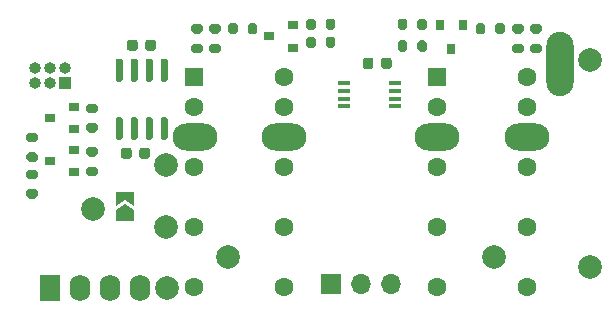
<source format=gbr>
%TF.GenerationSoftware,KiCad,Pcbnew,(5.1.10)-1*%
%TF.CreationDate,2022-01-23T11:00:25+07:00*%
%TF.ProjectId,Fan_controller_v3,46616e5f-636f-46e7-9472-6f6c6c65725f,rev?*%
%TF.SameCoordinates,Original*%
%TF.FileFunction,Soldermask,Top*%
%TF.FilePolarity,Negative*%
%FSLAX46Y46*%
G04 Gerber Fmt 4.6, Leading zero omitted, Abs format (unit mm)*
G04 Created by KiCad (PCBNEW (5.1.10)-1) date 2022-01-23 11:00:25*
%MOMM*%
%LPD*%
G01*
G04 APERTURE LIST*
%ADD10C,1.600000*%
%ADD11R,1.600000X1.600000*%
%ADD12C,2.000000*%
%ADD13O,2.290000X5.460000*%
%ADD14O,3.810000X2.290000*%
%ADD15O,1.000000X1.000000*%
%ADD16R,1.000000X1.000000*%
%ADD17R,0.800000X0.900000*%
%ADD18R,0.900000X0.800000*%
%ADD19R,1.700000X1.700000*%
%ADD20O,1.700000X1.700000*%
%ADD21R,1.100000X0.400000*%
%ADD22O,1.750000X2.250000*%
%ADD23R,1.750000X2.250000*%
%ADD24C,0.020000*%
G04 APERTURE END LIST*
D10*
%TO.C,K1*%
X97333000Y-80442000D03*
X97333000Y-82982000D03*
X97333000Y-88062000D03*
X97333000Y-93142000D03*
X97333000Y-98222000D03*
X89713000Y-98222000D03*
X89713000Y-93142000D03*
X89713000Y-88062000D03*
X89713000Y-82982000D03*
D11*
X89713000Y-80442000D03*
%TD*%
D12*
%TO.C,C7*%
X123241000Y-96545000D03*
X123241000Y-79045000D03*
%TD*%
D13*
%TO.C,H8*%
X120701000Y-79362500D03*
%TD*%
D14*
%TO.C,H7*%
X117907000Y-85522000D03*
%TD*%
%TO.C,H6*%
X110287000Y-85522000D03*
%TD*%
%TO.C,H5*%
X97333000Y-85522000D03*
%TD*%
%TO.C,H4*%
X89776500Y-85522000D03*
%TD*%
D12*
%TO.C,H3*%
X87427000Y-98349000D03*
%TD*%
%TO.C,H2*%
X87300000Y-93142000D03*
%TD*%
%TO.C,H1*%
X87300000Y-87935000D03*
%TD*%
D15*
%TO.C,J2*%
X76251000Y-79680000D03*
X76251000Y-80950000D03*
X77521000Y-79680000D03*
X77521000Y-80950000D03*
X78791000Y-79680000D03*
D16*
X78791000Y-80950000D03*
%TD*%
D12*
%TO.C,C5*%
X115113000Y-95682000D03*
X92613000Y-95682000D03*
%TD*%
%TO.C,U1*%
G36*
G01*
X87023000Y-83847000D02*
X87323000Y-83847000D01*
G75*
G02*
X87473000Y-83997000I0J-150000D01*
G01*
X87473000Y-85647000D01*
G75*
G02*
X87323000Y-85797000I-150000J0D01*
G01*
X87023000Y-85797000D01*
G75*
G02*
X86873000Y-85647000I0J150000D01*
G01*
X86873000Y-83997000D01*
G75*
G02*
X87023000Y-83847000I150000J0D01*
G01*
G37*
G36*
G01*
X85753000Y-83847000D02*
X86053000Y-83847000D01*
G75*
G02*
X86203000Y-83997000I0J-150000D01*
G01*
X86203000Y-85647000D01*
G75*
G02*
X86053000Y-85797000I-150000J0D01*
G01*
X85753000Y-85797000D01*
G75*
G02*
X85603000Y-85647000I0J150000D01*
G01*
X85603000Y-83997000D01*
G75*
G02*
X85753000Y-83847000I150000J0D01*
G01*
G37*
G36*
G01*
X84483000Y-83847000D02*
X84783000Y-83847000D01*
G75*
G02*
X84933000Y-83997000I0J-150000D01*
G01*
X84933000Y-85647000D01*
G75*
G02*
X84783000Y-85797000I-150000J0D01*
G01*
X84483000Y-85797000D01*
G75*
G02*
X84333000Y-85647000I0J150000D01*
G01*
X84333000Y-83997000D01*
G75*
G02*
X84483000Y-83847000I150000J0D01*
G01*
G37*
G36*
G01*
X83213000Y-83847000D02*
X83513000Y-83847000D01*
G75*
G02*
X83663000Y-83997000I0J-150000D01*
G01*
X83663000Y-85647000D01*
G75*
G02*
X83513000Y-85797000I-150000J0D01*
G01*
X83213000Y-85797000D01*
G75*
G02*
X83063000Y-85647000I0J150000D01*
G01*
X83063000Y-83997000D01*
G75*
G02*
X83213000Y-83847000I150000J0D01*
G01*
G37*
G36*
G01*
X83213000Y-78897000D02*
X83513000Y-78897000D01*
G75*
G02*
X83663000Y-79047000I0J-150000D01*
G01*
X83663000Y-80697000D01*
G75*
G02*
X83513000Y-80847000I-150000J0D01*
G01*
X83213000Y-80847000D01*
G75*
G02*
X83063000Y-80697000I0J150000D01*
G01*
X83063000Y-79047000D01*
G75*
G02*
X83213000Y-78897000I150000J0D01*
G01*
G37*
G36*
G01*
X84483000Y-78897000D02*
X84783000Y-78897000D01*
G75*
G02*
X84933000Y-79047000I0J-150000D01*
G01*
X84933000Y-80697000D01*
G75*
G02*
X84783000Y-80847000I-150000J0D01*
G01*
X84483000Y-80847000D01*
G75*
G02*
X84333000Y-80697000I0J150000D01*
G01*
X84333000Y-79047000D01*
G75*
G02*
X84483000Y-78897000I150000J0D01*
G01*
G37*
G36*
G01*
X85753000Y-78897000D02*
X86053000Y-78897000D01*
G75*
G02*
X86203000Y-79047000I0J-150000D01*
G01*
X86203000Y-80697000D01*
G75*
G02*
X86053000Y-80847000I-150000J0D01*
G01*
X85753000Y-80847000D01*
G75*
G02*
X85603000Y-80697000I0J150000D01*
G01*
X85603000Y-79047000D01*
G75*
G02*
X85753000Y-78897000I150000J0D01*
G01*
G37*
G36*
G01*
X87023000Y-78897000D02*
X87323000Y-78897000D01*
G75*
G02*
X87473000Y-79047000I0J-150000D01*
G01*
X87473000Y-80697000D01*
G75*
G02*
X87323000Y-80847000I-150000J0D01*
G01*
X87023000Y-80847000D01*
G75*
G02*
X86873000Y-80697000I0J150000D01*
G01*
X86873000Y-79047000D01*
G75*
G02*
X87023000Y-78897000I150000J0D01*
G01*
G37*
%TD*%
%TO.C,R16*%
G36*
G01*
X108617000Y-76272000D02*
X108617000Y-75722000D01*
G75*
G02*
X108817000Y-75522000I200000J0D01*
G01*
X109217000Y-75522000D01*
G75*
G02*
X109417000Y-75722000I0J-200000D01*
G01*
X109417000Y-76272000D01*
G75*
G02*
X109217000Y-76472000I-200000J0D01*
G01*
X108817000Y-76472000D01*
G75*
G02*
X108617000Y-76272000I0J200000D01*
G01*
G37*
G36*
G01*
X106967000Y-76272000D02*
X106967000Y-75722000D01*
G75*
G02*
X107167000Y-75522000I200000J0D01*
G01*
X107567000Y-75522000D01*
G75*
G02*
X107767000Y-75722000I0J-200000D01*
G01*
X107767000Y-76272000D01*
G75*
G02*
X107567000Y-76472000I-200000J0D01*
G01*
X107167000Y-76472000D01*
G75*
G02*
X106967000Y-76272000I0J200000D01*
G01*
G37*
%TD*%
%TO.C,R14*%
G36*
G01*
X108616000Y-78113500D02*
X108616000Y-77563500D01*
G75*
G02*
X108816000Y-77363500I200000J0D01*
G01*
X109216000Y-77363500D01*
G75*
G02*
X109416000Y-77563500I0J-200000D01*
G01*
X109416000Y-78113500D01*
G75*
G02*
X109216000Y-78313500I-200000J0D01*
G01*
X108816000Y-78313500D01*
G75*
G02*
X108616000Y-78113500I0J200000D01*
G01*
G37*
G36*
G01*
X106966000Y-78113500D02*
X106966000Y-77563500D01*
G75*
G02*
X107166000Y-77363500I200000J0D01*
G01*
X107566000Y-77363500D01*
G75*
G02*
X107766000Y-77563500I0J-200000D01*
G01*
X107766000Y-78113500D01*
G75*
G02*
X107566000Y-78313500I-200000J0D01*
G01*
X107166000Y-78313500D01*
G75*
G02*
X106966000Y-78113500I0J200000D01*
G01*
G37*
%TD*%
%TO.C,R4*%
G36*
G01*
X100019000Y-75722000D02*
X100019000Y-76272000D01*
G75*
G02*
X99819000Y-76472000I-200000J0D01*
G01*
X99419000Y-76472000D01*
G75*
G02*
X99219000Y-76272000I0J200000D01*
G01*
X99219000Y-75722000D01*
G75*
G02*
X99419000Y-75522000I200000J0D01*
G01*
X99819000Y-75522000D01*
G75*
G02*
X100019000Y-75722000I0J-200000D01*
G01*
G37*
G36*
G01*
X101669000Y-75722000D02*
X101669000Y-76272000D01*
G75*
G02*
X101469000Y-76472000I-200000J0D01*
G01*
X101069000Y-76472000D01*
G75*
G02*
X100869000Y-76272000I0J200000D01*
G01*
X100869000Y-75722000D01*
G75*
G02*
X101069000Y-75522000I200000J0D01*
G01*
X101469000Y-75522000D01*
G75*
G02*
X101669000Y-75722000I0J-200000D01*
G01*
G37*
%TD*%
%TO.C,R2*%
G36*
G01*
X100869000Y-77796000D02*
X100869000Y-77246000D01*
G75*
G02*
X101069000Y-77046000I200000J0D01*
G01*
X101469000Y-77046000D01*
G75*
G02*
X101669000Y-77246000I0J-200000D01*
G01*
X101669000Y-77796000D01*
G75*
G02*
X101469000Y-77996000I-200000J0D01*
G01*
X101069000Y-77996000D01*
G75*
G02*
X100869000Y-77796000I0J200000D01*
G01*
G37*
G36*
G01*
X99219000Y-77796000D02*
X99219000Y-77246000D01*
G75*
G02*
X99419000Y-77046000I200000J0D01*
G01*
X99819000Y-77046000D01*
G75*
G02*
X100019000Y-77246000I0J-200000D01*
G01*
X100019000Y-77796000D01*
G75*
G02*
X99819000Y-77996000I-200000J0D01*
G01*
X99419000Y-77996000D01*
G75*
G02*
X99219000Y-77796000I0J200000D01*
G01*
G37*
%TD*%
D17*
%TO.C,Q6*%
X111491000Y-78060500D03*
X110541000Y-76060500D03*
X112441000Y-76060500D03*
%TD*%
D18*
%TO.C,Q2*%
X96095000Y-77010500D03*
X98095000Y-76060500D03*
X98095000Y-77960500D03*
%TD*%
%TO.C,C10*%
G36*
G01*
X85072000Y-87169000D02*
X85072000Y-86669000D01*
G75*
G02*
X85297000Y-86444000I225000J0D01*
G01*
X85747000Y-86444000D01*
G75*
G02*
X85972000Y-86669000I0J-225000D01*
G01*
X85972000Y-87169000D01*
G75*
G02*
X85747000Y-87394000I-225000J0D01*
G01*
X85297000Y-87394000D01*
G75*
G02*
X85072000Y-87169000I0J225000D01*
G01*
G37*
G36*
G01*
X83522000Y-87169000D02*
X83522000Y-86669000D01*
G75*
G02*
X83747000Y-86444000I225000J0D01*
G01*
X84197000Y-86444000D01*
G75*
G02*
X84422000Y-86669000I0J-225000D01*
G01*
X84422000Y-87169000D01*
G75*
G02*
X84197000Y-87394000I-225000J0D01*
G01*
X83747000Y-87394000D01*
G75*
G02*
X83522000Y-87169000I0J225000D01*
G01*
G37*
%TD*%
%TO.C,C8*%
G36*
G01*
X85580000Y-78025000D02*
X85580000Y-77525000D01*
G75*
G02*
X85805000Y-77300000I225000J0D01*
G01*
X86255000Y-77300000D01*
G75*
G02*
X86480000Y-77525000I0J-225000D01*
G01*
X86480000Y-78025000D01*
G75*
G02*
X86255000Y-78250000I-225000J0D01*
G01*
X85805000Y-78250000D01*
G75*
G02*
X85580000Y-78025000I0J225000D01*
G01*
G37*
G36*
G01*
X84030000Y-78025000D02*
X84030000Y-77525000D01*
G75*
G02*
X84255000Y-77300000I225000J0D01*
G01*
X84705000Y-77300000D01*
G75*
G02*
X84930000Y-77525000I0J-225000D01*
G01*
X84930000Y-78025000D01*
G75*
G02*
X84705000Y-78250000I-225000J0D01*
G01*
X84255000Y-78250000D01*
G75*
G02*
X84030000Y-78025000I0J225000D01*
G01*
G37*
%TD*%
D11*
%TO.C,K2*%
X110287000Y-80442000D03*
D10*
X110287000Y-82982000D03*
X110287000Y-88062000D03*
X110287000Y-93142000D03*
X110287000Y-98222000D03*
X117907000Y-98222000D03*
X117907000Y-93142000D03*
X117907000Y-88062000D03*
X117907000Y-82982000D03*
X117907000Y-80442000D03*
%TD*%
D19*
%TO.C,J1*%
X101270000Y-97968000D03*
D20*
X103810000Y-97968000D03*
X106350000Y-97968000D03*
%TD*%
D21*
%TO.C,U2*%
X106722000Y-80991000D03*
X106722000Y-81641000D03*
X106722000Y-82291000D03*
X106722000Y-82941000D03*
X102422000Y-82941000D03*
X102422000Y-82291000D03*
X102422000Y-81641000D03*
X102422000Y-80991000D03*
%TD*%
D12*
%TO.C,TP1*%
X81140500Y-91618000D03*
%TD*%
%TO.C,R12*%
G36*
G01*
X80802000Y-84359000D02*
X81352000Y-84359000D01*
G75*
G02*
X81552000Y-84559000I0J-200000D01*
G01*
X81552000Y-84959000D01*
G75*
G02*
X81352000Y-85159000I-200000J0D01*
G01*
X80802000Y-85159000D01*
G75*
G02*
X80602000Y-84959000I0J200000D01*
G01*
X80602000Y-84559000D01*
G75*
G02*
X80802000Y-84359000I200000J0D01*
G01*
G37*
G36*
G01*
X80802000Y-82709000D02*
X81352000Y-82709000D01*
G75*
G02*
X81552000Y-82909000I0J-200000D01*
G01*
X81552000Y-83309000D01*
G75*
G02*
X81352000Y-83509000I-200000J0D01*
G01*
X80802000Y-83509000D01*
G75*
G02*
X80602000Y-83309000I0J200000D01*
G01*
X80602000Y-82909000D01*
G75*
G02*
X80802000Y-82709000I200000J0D01*
G01*
G37*
%TD*%
%TO.C,R11*%
G36*
G01*
X80802000Y-88042000D02*
X81352000Y-88042000D01*
G75*
G02*
X81552000Y-88242000I0J-200000D01*
G01*
X81552000Y-88642000D01*
G75*
G02*
X81352000Y-88842000I-200000J0D01*
G01*
X80802000Y-88842000D01*
G75*
G02*
X80602000Y-88642000I0J200000D01*
G01*
X80602000Y-88242000D01*
G75*
G02*
X80802000Y-88042000I200000J0D01*
G01*
G37*
G36*
G01*
X80802000Y-86392000D02*
X81352000Y-86392000D01*
G75*
G02*
X81552000Y-86592000I0J-200000D01*
G01*
X81552000Y-86992000D01*
G75*
G02*
X81352000Y-87192000I-200000J0D01*
G01*
X80802000Y-87192000D01*
G75*
G02*
X80602000Y-86992000I0J200000D01*
G01*
X80602000Y-86592000D01*
G75*
G02*
X80802000Y-86392000I200000J0D01*
G01*
G37*
%TD*%
%TO.C,R8*%
G36*
G01*
X76272000Y-85986500D02*
X75722000Y-85986500D01*
G75*
G02*
X75522000Y-85786500I0J200000D01*
G01*
X75522000Y-85386500D01*
G75*
G02*
X75722000Y-85186500I200000J0D01*
G01*
X76272000Y-85186500D01*
G75*
G02*
X76472000Y-85386500I0J-200000D01*
G01*
X76472000Y-85786500D01*
G75*
G02*
X76272000Y-85986500I-200000J0D01*
G01*
G37*
G36*
G01*
X76272000Y-87636500D02*
X75722000Y-87636500D01*
G75*
G02*
X75522000Y-87436500I0J200000D01*
G01*
X75522000Y-87036500D01*
G75*
G02*
X75722000Y-86836500I200000J0D01*
G01*
X76272000Y-86836500D01*
G75*
G02*
X76472000Y-87036500I0J-200000D01*
G01*
X76472000Y-87436500D01*
G75*
G02*
X76272000Y-87636500I-200000J0D01*
G01*
G37*
%TD*%
%TO.C,R7*%
G36*
G01*
X75722000Y-89947000D02*
X76272000Y-89947000D01*
G75*
G02*
X76472000Y-90147000I0J-200000D01*
G01*
X76472000Y-90547000D01*
G75*
G02*
X76272000Y-90747000I-200000J0D01*
G01*
X75722000Y-90747000D01*
G75*
G02*
X75522000Y-90547000I0J200000D01*
G01*
X75522000Y-90147000D01*
G75*
G02*
X75722000Y-89947000I200000J0D01*
G01*
G37*
G36*
G01*
X75722000Y-88297000D02*
X76272000Y-88297000D01*
G75*
G02*
X76472000Y-88497000I0J-200000D01*
G01*
X76472000Y-88897000D01*
G75*
G02*
X76272000Y-89097000I-200000J0D01*
G01*
X75722000Y-89097000D01*
G75*
G02*
X75522000Y-88897000I0J200000D01*
G01*
X75522000Y-88497000D01*
G75*
G02*
X75722000Y-88297000I200000J0D01*
G01*
G37*
%TD*%
%TO.C,R20*%
G36*
G01*
X116870000Y-77629000D02*
X117420000Y-77629000D01*
G75*
G02*
X117620000Y-77829000I0J-200000D01*
G01*
X117620000Y-78229000D01*
G75*
G02*
X117420000Y-78429000I-200000J0D01*
G01*
X116870000Y-78429000D01*
G75*
G02*
X116670000Y-78229000I0J200000D01*
G01*
X116670000Y-77829000D01*
G75*
G02*
X116870000Y-77629000I200000J0D01*
G01*
G37*
G36*
G01*
X116870000Y-75979000D02*
X117420000Y-75979000D01*
G75*
G02*
X117620000Y-76179000I0J-200000D01*
G01*
X117620000Y-76579000D01*
G75*
G02*
X117420000Y-76779000I-200000J0D01*
G01*
X116870000Y-76779000D01*
G75*
G02*
X116670000Y-76579000I0J200000D01*
G01*
X116670000Y-76179000D01*
G75*
G02*
X116870000Y-75979000I200000J0D01*
G01*
G37*
%TD*%
%TO.C,R19*%
G36*
G01*
X118394000Y-77629000D02*
X118944000Y-77629000D01*
G75*
G02*
X119144000Y-77829000I0J-200000D01*
G01*
X119144000Y-78229000D01*
G75*
G02*
X118944000Y-78429000I-200000J0D01*
G01*
X118394000Y-78429000D01*
G75*
G02*
X118194000Y-78229000I0J200000D01*
G01*
X118194000Y-77829000D01*
G75*
G02*
X118394000Y-77629000I200000J0D01*
G01*
G37*
G36*
G01*
X118394000Y-75979000D02*
X118944000Y-75979000D01*
G75*
G02*
X119144000Y-76179000I0J-200000D01*
G01*
X119144000Y-76579000D01*
G75*
G02*
X118944000Y-76779000I-200000J0D01*
G01*
X118394000Y-76779000D01*
G75*
G02*
X118194000Y-76579000I0J200000D01*
G01*
X118194000Y-76179000D01*
G75*
G02*
X118394000Y-75979000I200000J0D01*
G01*
G37*
%TD*%
%TO.C,R10*%
G36*
G01*
X89692000Y-77629000D02*
X90242000Y-77629000D01*
G75*
G02*
X90442000Y-77829000I0J-200000D01*
G01*
X90442000Y-78229000D01*
G75*
G02*
X90242000Y-78429000I-200000J0D01*
G01*
X89692000Y-78429000D01*
G75*
G02*
X89492000Y-78229000I0J200000D01*
G01*
X89492000Y-77829000D01*
G75*
G02*
X89692000Y-77629000I200000J0D01*
G01*
G37*
G36*
G01*
X89692000Y-75979000D02*
X90242000Y-75979000D01*
G75*
G02*
X90442000Y-76179000I0J-200000D01*
G01*
X90442000Y-76579000D01*
G75*
G02*
X90242000Y-76779000I-200000J0D01*
G01*
X89692000Y-76779000D01*
G75*
G02*
X89492000Y-76579000I0J200000D01*
G01*
X89492000Y-76179000D01*
G75*
G02*
X89692000Y-75979000I200000J0D01*
G01*
G37*
%TD*%
%TO.C,R9*%
G36*
G01*
X91216000Y-77629000D02*
X91766000Y-77629000D01*
G75*
G02*
X91966000Y-77829000I0J-200000D01*
G01*
X91966000Y-78229000D01*
G75*
G02*
X91766000Y-78429000I-200000J0D01*
G01*
X91216000Y-78429000D01*
G75*
G02*
X91016000Y-78229000I0J200000D01*
G01*
X91016000Y-77829000D01*
G75*
G02*
X91216000Y-77629000I200000J0D01*
G01*
G37*
G36*
G01*
X91216000Y-75979000D02*
X91766000Y-75979000D01*
G75*
G02*
X91966000Y-76179000I0J-200000D01*
G01*
X91966000Y-76579000D01*
G75*
G02*
X91766000Y-76779000I-200000J0D01*
G01*
X91216000Y-76779000D01*
G75*
G02*
X91016000Y-76579000I0J200000D01*
G01*
X91016000Y-76179000D01*
G75*
G02*
X91216000Y-75979000I200000J0D01*
G01*
G37*
%TD*%
%TO.C,R18*%
G36*
G01*
X115221000Y-76653000D02*
X115221000Y-76103000D01*
G75*
G02*
X115421000Y-75903000I200000J0D01*
G01*
X115821000Y-75903000D01*
G75*
G02*
X116021000Y-76103000I0J-200000D01*
G01*
X116021000Y-76653000D01*
G75*
G02*
X115821000Y-76853000I-200000J0D01*
G01*
X115421000Y-76853000D01*
G75*
G02*
X115221000Y-76653000I0J200000D01*
G01*
G37*
G36*
G01*
X113571000Y-76653000D02*
X113571000Y-76103000D01*
G75*
G02*
X113771000Y-75903000I200000J0D01*
G01*
X114171000Y-75903000D01*
G75*
G02*
X114371000Y-76103000I0J-200000D01*
G01*
X114371000Y-76653000D01*
G75*
G02*
X114171000Y-76853000I-200000J0D01*
G01*
X113771000Y-76853000D01*
G75*
G02*
X113571000Y-76653000I0J200000D01*
G01*
G37*
%TD*%
%TO.C,R6*%
G36*
G01*
X93415000Y-76103000D02*
X93415000Y-76653000D01*
G75*
G02*
X93215000Y-76853000I-200000J0D01*
G01*
X92815000Y-76853000D01*
G75*
G02*
X92615000Y-76653000I0J200000D01*
G01*
X92615000Y-76103000D01*
G75*
G02*
X92815000Y-75903000I200000J0D01*
G01*
X93215000Y-75903000D01*
G75*
G02*
X93415000Y-76103000I0J-200000D01*
G01*
G37*
G36*
G01*
X95065000Y-76103000D02*
X95065000Y-76653000D01*
G75*
G02*
X94865000Y-76853000I-200000J0D01*
G01*
X94465000Y-76853000D01*
G75*
G02*
X94265000Y-76653000I0J200000D01*
G01*
X94265000Y-76103000D01*
G75*
G02*
X94465000Y-75903000I200000J0D01*
G01*
X94865000Y-75903000D01*
G75*
G02*
X95065000Y-76103000I0J-200000D01*
G01*
G37*
%TD*%
D18*
%TO.C,Q4*%
X77521000Y-83932000D03*
X79521000Y-82982000D03*
X79521000Y-84882000D03*
%TD*%
%TO.C,Q3*%
X77521000Y-87554000D03*
X79521000Y-86604000D03*
X79521000Y-88504000D03*
%TD*%
D22*
%TO.C,PS1*%
X85141000Y-98349000D03*
X82601000Y-98349000D03*
X80061000Y-98349000D03*
D23*
X77521000Y-98349000D03*
%TD*%
D24*
%TO.C,JP1*%
G36*
X83871000Y-91179000D02*
G01*
X84621000Y-91679000D01*
X84621000Y-92679000D01*
X83121000Y-92679000D01*
X83121000Y-91679000D01*
X83871000Y-91179000D01*
G37*
G36*
X84621000Y-90229000D02*
G01*
X84621000Y-91379000D01*
X83871000Y-90879000D01*
X83121000Y-91379000D01*
X83121000Y-90229000D01*
X84621000Y-90229000D01*
G37*
%TD*%
%TO.C,C13*%
G36*
G01*
X104895000Y-79049000D02*
X104895000Y-79549000D01*
G75*
G02*
X104670000Y-79774000I-225000J0D01*
G01*
X104220000Y-79774000D01*
G75*
G02*
X103995000Y-79549000I0J225000D01*
G01*
X103995000Y-79049000D01*
G75*
G02*
X104220000Y-78824000I225000J0D01*
G01*
X104670000Y-78824000D01*
G75*
G02*
X104895000Y-79049000I0J-225000D01*
G01*
G37*
G36*
G01*
X106445000Y-79049000D02*
X106445000Y-79549000D01*
G75*
G02*
X106220000Y-79774000I-225000J0D01*
G01*
X105770000Y-79774000D01*
G75*
G02*
X105545000Y-79549000I0J225000D01*
G01*
X105545000Y-79049000D01*
G75*
G02*
X105770000Y-78824000I225000J0D01*
G01*
X106220000Y-78824000D01*
G75*
G02*
X106445000Y-79049000I0J-225000D01*
G01*
G37*
%TD*%
M02*

</source>
